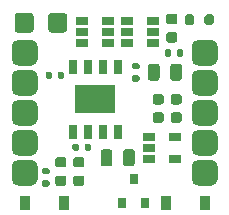
<source format=gbr>
%TF.GenerationSoftware,KiCad,Pcbnew,5.1.8*%
%TF.CreationDate,2020-11-29T14:50:24+01:00*%
%TF.ProjectId,lipo-stamp-proto,6c69706f-2d73-4746-916d-702d70726f74,rev?*%
%TF.SameCoordinates,Original*%
%TF.FileFunction,Soldermask,Top*%
%TF.FilePolarity,Negative*%
%FSLAX46Y46*%
G04 Gerber Fmt 4.6, Leading zero omitted, Abs format (unit mm)*
G04 Created by KiCad (PCBNEW 5.1.8) date 2020-11-29 14:50:24*
%MOMM*%
%LPD*%
G01*
G04 APERTURE LIST*
%ADD10R,0.900000X1.200000*%
%ADD11R,1.060000X0.650000*%
%ADD12R,0.800000X0.900000*%
%ADD13R,3.400000X2.400000*%
%ADD14R,0.700000X1.300000*%
G04 APERTURE END LIST*
%TO.C,R6*%
G36*
G01*
X124440000Y-52091000D02*
X124440000Y-51541000D01*
G75*
G02*
X124640000Y-51341000I200000J0D01*
G01*
X125040000Y-51341000D01*
G75*
G02*
X125240000Y-51541000I0J-200000D01*
G01*
X125240000Y-52091000D01*
G75*
G02*
X125040000Y-52291000I-200000J0D01*
G01*
X124640000Y-52291000D01*
G75*
G02*
X124440000Y-52091000I0J200000D01*
G01*
G37*
G36*
G01*
X122790000Y-52091000D02*
X122790000Y-51541000D01*
G75*
G02*
X122990000Y-51341000I200000J0D01*
G01*
X123390000Y-51341000D01*
G75*
G02*
X123590000Y-51541000I0J-200000D01*
G01*
X123590000Y-52091000D01*
G75*
G02*
X123390000Y-52291000I-200000J0D01*
G01*
X122990000Y-52291000D01*
G75*
G02*
X122790000Y-52091000I0J200000D01*
G01*
G37*
%TD*%
%TO.C,C5*%
G36*
G01*
X121916000Y-52202500D02*
X121416000Y-52202500D01*
G75*
G02*
X121191000Y-51977500I0J225000D01*
G01*
X121191000Y-51527500D01*
G75*
G02*
X121416000Y-51302500I225000J0D01*
G01*
X121916000Y-51302500D01*
G75*
G02*
X122141000Y-51527500I0J-225000D01*
G01*
X122141000Y-51977500D01*
G75*
G02*
X121916000Y-52202500I-225000J0D01*
G01*
G37*
G36*
G01*
X121916000Y-53752500D02*
X121416000Y-53752500D01*
G75*
G02*
X121191000Y-53527500I0J225000D01*
G01*
X121191000Y-53077500D01*
G75*
G02*
X121416000Y-52852500I225000J0D01*
G01*
X121916000Y-52852500D01*
G75*
G02*
X122141000Y-53077500I0J-225000D01*
G01*
X122141000Y-53527500D01*
G75*
G02*
X121916000Y-53752500I-225000J0D01*
G01*
G37*
%TD*%
%TO.C,C4*%
G36*
G01*
X122297000Y-58997000D02*
X121797000Y-58997000D01*
G75*
G02*
X121572000Y-58772000I0J225000D01*
G01*
X121572000Y-58322000D01*
G75*
G02*
X121797000Y-58097000I225000J0D01*
G01*
X122297000Y-58097000D01*
G75*
G02*
X122522000Y-58322000I0J-225000D01*
G01*
X122522000Y-58772000D01*
G75*
G02*
X122297000Y-58997000I-225000J0D01*
G01*
G37*
G36*
G01*
X122297000Y-60547000D02*
X121797000Y-60547000D01*
G75*
G02*
X121572000Y-60322000I0J225000D01*
G01*
X121572000Y-59872000D01*
G75*
G02*
X121797000Y-59647000I225000J0D01*
G01*
X122297000Y-59647000D01*
G75*
G02*
X122522000Y-59872000I0J-225000D01*
G01*
X122522000Y-60322000D01*
G75*
G02*
X122297000Y-60547000I-225000J0D01*
G01*
G37*
%TD*%
%TO.C,C3*%
G36*
G01*
X120773000Y-58997000D02*
X120273000Y-58997000D01*
G75*
G02*
X120048000Y-58772000I0J225000D01*
G01*
X120048000Y-58322000D01*
G75*
G02*
X120273000Y-58097000I225000J0D01*
G01*
X120773000Y-58097000D01*
G75*
G02*
X120998000Y-58322000I0J-225000D01*
G01*
X120998000Y-58772000D01*
G75*
G02*
X120773000Y-58997000I-225000J0D01*
G01*
G37*
G36*
G01*
X120773000Y-60547000D02*
X120273000Y-60547000D01*
G75*
G02*
X120048000Y-60322000I0J225000D01*
G01*
X120048000Y-59872000D01*
G75*
G02*
X120273000Y-59647000I225000J0D01*
G01*
X120773000Y-59647000D01*
G75*
G02*
X120998000Y-59872000I0J-225000D01*
G01*
X120998000Y-60322000D01*
G75*
G02*
X120773000Y-60547000I-225000J0D01*
G01*
G37*
%TD*%
%TO.C,C2*%
G36*
G01*
X121542000Y-56736000D02*
X121542000Y-55786000D01*
G75*
G02*
X121792000Y-55536000I250000J0D01*
G01*
X122292000Y-55536000D01*
G75*
G02*
X122542000Y-55786000I0J-250000D01*
G01*
X122542000Y-56736000D01*
G75*
G02*
X122292000Y-56986000I-250000J0D01*
G01*
X121792000Y-56986000D01*
G75*
G02*
X121542000Y-56736000I0J250000D01*
G01*
G37*
G36*
G01*
X119642000Y-56736000D02*
X119642000Y-55786000D01*
G75*
G02*
X119892000Y-55536000I250000J0D01*
G01*
X120392000Y-55536000D01*
G75*
G02*
X120642000Y-55786000I0J-250000D01*
G01*
X120642000Y-56736000D01*
G75*
G02*
X120392000Y-56986000I-250000J0D01*
G01*
X119892000Y-56986000D01*
G75*
G02*
X119642000Y-56736000I0J250000D01*
G01*
G37*
%TD*%
%TO.C,C1*%
G36*
G01*
X116644000Y-63025000D02*
X116644000Y-63975000D01*
G75*
G02*
X116394000Y-64225000I-250000J0D01*
G01*
X115894000Y-64225000D01*
G75*
G02*
X115644000Y-63975000I0J250000D01*
G01*
X115644000Y-63025000D01*
G75*
G02*
X115894000Y-62775000I250000J0D01*
G01*
X116394000Y-62775000D01*
G75*
G02*
X116644000Y-63025000I0J-250000D01*
G01*
G37*
G36*
G01*
X118544000Y-63025000D02*
X118544000Y-63975000D01*
G75*
G02*
X118294000Y-64225000I-250000J0D01*
G01*
X117794000Y-64225000D01*
G75*
G02*
X117544000Y-63975000I0J250000D01*
G01*
X117544000Y-63025000D01*
G75*
G02*
X117794000Y-62775000I250000J0D01*
G01*
X118294000Y-62775000D01*
G75*
G02*
X118544000Y-63025000I0J-250000D01*
G01*
G37*
%TD*%
D10*
%TO.C,D4*%
X121160000Y-67310000D03*
X124460000Y-67310000D03*
%TD*%
%TO.C,D3*%
X109220000Y-67310000D03*
X112520000Y-67310000D03*
%TD*%
D11*
%TO.C,U3*%
X116246000Y-52826000D03*
X116246000Y-51876000D03*
X116246000Y-53776000D03*
X114046000Y-53776000D03*
X114046000Y-52826000D03*
X114046000Y-51876000D03*
%TD*%
%TO.C,U2*%
X120056000Y-52826000D03*
X120056000Y-51876000D03*
X120056000Y-53776000D03*
X117856000Y-53776000D03*
X117856000Y-52826000D03*
X117856000Y-51876000D03*
%TD*%
%TO.C,U1*%
X121961000Y-61727000D03*
X121961000Y-63627000D03*
X119761000Y-63627000D03*
X119761000Y-62677000D03*
X119761000Y-61727000D03*
%TD*%
%TO.C,TP10*%
G36*
G01*
X123360000Y-55160000D02*
X123360000Y-54060000D01*
G75*
G02*
X123910000Y-53510000I550000J0D01*
G01*
X125010000Y-53510000D01*
G75*
G02*
X125560000Y-54060000I0J-550000D01*
G01*
X125560000Y-55160000D01*
G75*
G02*
X125010000Y-55710000I-550000J0D01*
G01*
X123910000Y-55710000D01*
G75*
G02*
X123360000Y-55160000I0J550000D01*
G01*
G37*
%TD*%
%TO.C,TP9*%
G36*
G01*
X123360000Y-62780000D02*
X123360000Y-61680000D01*
G75*
G02*
X123910000Y-61130000I550000J0D01*
G01*
X125010000Y-61130000D01*
G75*
G02*
X125560000Y-61680000I0J-550000D01*
G01*
X125560000Y-62780000D01*
G75*
G02*
X125010000Y-63330000I-550000J0D01*
G01*
X123910000Y-63330000D01*
G75*
G02*
X123360000Y-62780000I0J550000D01*
G01*
G37*
%TD*%
%TO.C,TP8*%
G36*
G01*
X123360000Y-60240000D02*
X123360000Y-59140000D01*
G75*
G02*
X123910000Y-58590000I550000J0D01*
G01*
X125010000Y-58590000D01*
G75*
G02*
X125560000Y-59140000I0J-550000D01*
G01*
X125560000Y-60240000D01*
G75*
G02*
X125010000Y-60790000I-550000J0D01*
G01*
X123910000Y-60790000D01*
G75*
G02*
X123360000Y-60240000I0J550000D01*
G01*
G37*
%TD*%
%TO.C,TP7*%
G36*
G01*
X123360000Y-57700000D02*
X123360000Y-56600000D01*
G75*
G02*
X123910000Y-56050000I550000J0D01*
G01*
X125010000Y-56050000D01*
G75*
G02*
X125560000Y-56600000I0J-550000D01*
G01*
X125560000Y-57700000D01*
G75*
G02*
X125010000Y-58250000I-550000J0D01*
G01*
X123910000Y-58250000D01*
G75*
G02*
X123360000Y-57700000I0J550000D01*
G01*
G37*
%TD*%
%TO.C,TP6*%
G36*
G01*
X123360000Y-65320000D02*
X123360000Y-64220000D01*
G75*
G02*
X123910000Y-63670000I550000J0D01*
G01*
X125010000Y-63670000D01*
G75*
G02*
X125560000Y-64220000I0J-550000D01*
G01*
X125560000Y-65320000D01*
G75*
G02*
X125010000Y-65870000I-550000J0D01*
G01*
X123910000Y-65870000D01*
G75*
G02*
X123360000Y-65320000I0J550000D01*
G01*
G37*
%TD*%
%TO.C,TP5*%
G36*
G01*
X108120000Y-60240000D02*
X108120000Y-59140000D01*
G75*
G02*
X108670000Y-58590000I550000J0D01*
G01*
X109770000Y-58590000D01*
G75*
G02*
X110320000Y-59140000I0J-550000D01*
G01*
X110320000Y-60240000D01*
G75*
G02*
X109770000Y-60790000I-550000J0D01*
G01*
X108670000Y-60790000D01*
G75*
G02*
X108120000Y-60240000I0J550000D01*
G01*
G37*
%TD*%
%TO.C,TP4*%
G36*
G01*
X108120000Y-65320000D02*
X108120000Y-64220000D01*
G75*
G02*
X108670000Y-63670000I550000J0D01*
G01*
X109770000Y-63670000D01*
G75*
G02*
X110320000Y-64220000I0J-550000D01*
G01*
X110320000Y-65320000D01*
G75*
G02*
X109770000Y-65870000I-550000J0D01*
G01*
X108670000Y-65870000D01*
G75*
G02*
X108120000Y-65320000I0J550000D01*
G01*
G37*
%TD*%
%TO.C,TP3*%
G36*
G01*
X108120000Y-62780000D02*
X108120000Y-61680000D01*
G75*
G02*
X108670000Y-61130000I550000J0D01*
G01*
X109770000Y-61130000D01*
G75*
G02*
X110320000Y-61680000I0J-550000D01*
G01*
X110320000Y-62780000D01*
G75*
G02*
X109770000Y-63330000I-550000J0D01*
G01*
X108670000Y-63330000D01*
G75*
G02*
X108120000Y-62780000I0J550000D01*
G01*
G37*
%TD*%
%TO.C,TP2*%
G36*
G01*
X108120000Y-57700000D02*
X108120000Y-56600000D01*
G75*
G02*
X108670000Y-56050000I550000J0D01*
G01*
X109770000Y-56050000D01*
G75*
G02*
X110320000Y-56600000I0J-550000D01*
G01*
X110320000Y-57700000D01*
G75*
G02*
X109770000Y-58250000I-550000J0D01*
G01*
X108670000Y-58250000D01*
G75*
G02*
X108120000Y-57700000I0J550000D01*
G01*
G37*
%TD*%
%TO.C,TP1*%
G36*
G01*
X108120000Y-55160000D02*
X108120000Y-54060000D01*
G75*
G02*
X108670000Y-53510000I550000J0D01*
G01*
X109770000Y-53510000D01*
G75*
G02*
X110320000Y-54060000I0J-550000D01*
G01*
X110320000Y-55160000D01*
G75*
G02*
X109770000Y-55710000I-550000J0D01*
G01*
X108670000Y-55710000D01*
G75*
G02*
X108120000Y-55160000I0J550000D01*
G01*
G37*
%TD*%
%TO.C,R5*%
G36*
G01*
X121618500Y-54425000D02*
X121618500Y-54795000D01*
G75*
G02*
X121483500Y-54930000I-135000J0D01*
G01*
X121213500Y-54930000D01*
G75*
G02*
X121078500Y-54795000I0J135000D01*
G01*
X121078500Y-54425000D01*
G75*
G02*
X121213500Y-54290000I135000J0D01*
G01*
X121483500Y-54290000D01*
G75*
G02*
X121618500Y-54425000I0J-135000D01*
G01*
G37*
G36*
G01*
X122638500Y-54425000D02*
X122638500Y-54795000D01*
G75*
G02*
X122503500Y-54930000I-135000J0D01*
G01*
X122233500Y-54930000D01*
G75*
G02*
X122098500Y-54795000I0J135000D01*
G01*
X122098500Y-54425000D01*
G75*
G02*
X122233500Y-54290000I135000J0D01*
G01*
X122503500Y-54290000D01*
G75*
G02*
X122638500Y-54425000I0J-135000D01*
G01*
G37*
%TD*%
%TO.C,R4*%
G36*
G01*
X111183000Y-64913000D02*
X110813000Y-64913000D01*
G75*
G02*
X110678000Y-64778000I0J135000D01*
G01*
X110678000Y-64508000D01*
G75*
G02*
X110813000Y-64373000I135000J0D01*
G01*
X111183000Y-64373000D01*
G75*
G02*
X111318000Y-64508000I0J-135000D01*
G01*
X111318000Y-64778000D01*
G75*
G02*
X111183000Y-64913000I-135000J0D01*
G01*
G37*
G36*
G01*
X111183000Y-65933000D02*
X110813000Y-65933000D01*
G75*
G02*
X110678000Y-65798000I0J135000D01*
G01*
X110678000Y-65528000D01*
G75*
G02*
X110813000Y-65393000I135000J0D01*
G01*
X111183000Y-65393000D01*
G75*
G02*
X111318000Y-65528000I0J-135000D01*
G01*
X111318000Y-65798000D01*
G75*
G02*
X111183000Y-65933000I-135000J0D01*
G01*
G37*
%TD*%
%TO.C,R3*%
G36*
G01*
X112002000Y-56700000D02*
X112002000Y-56330000D01*
G75*
G02*
X112137000Y-56195000I135000J0D01*
G01*
X112407000Y-56195000D01*
G75*
G02*
X112542000Y-56330000I0J-135000D01*
G01*
X112542000Y-56700000D01*
G75*
G02*
X112407000Y-56835000I-135000J0D01*
G01*
X112137000Y-56835000D01*
G75*
G02*
X112002000Y-56700000I0J135000D01*
G01*
G37*
G36*
G01*
X110982000Y-56700000D02*
X110982000Y-56330000D01*
G75*
G02*
X111117000Y-56195000I135000J0D01*
G01*
X111387000Y-56195000D01*
G75*
G02*
X111522000Y-56330000I0J-135000D01*
G01*
X111522000Y-56700000D01*
G75*
G02*
X111387000Y-56835000I-135000J0D01*
G01*
X111117000Y-56835000D01*
G75*
G02*
X110982000Y-56700000I0J135000D01*
G01*
G37*
%TD*%
%TO.C,R2*%
G36*
G01*
X118803000Y-56023000D02*
X118433000Y-56023000D01*
G75*
G02*
X118298000Y-55888000I0J135000D01*
G01*
X118298000Y-55618000D01*
G75*
G02*
X118433000Y-55483000I135000J0D01*
G01*
X118803000Y-55483000D01*
G75*
G02*
X118938000Y-55618000I0J-135000D01*
G01*
X118938000Y-55888000D01*
G75*
G02*
X118803000Y-56023000I-135000J0D01*
G01*
G37*
G36*
G01*
X118803000Y-57043000D02*
X118433000Y-57043000D01*
G75*
G02*
X118298000Y-56908000I0J135000D01*
G01*
X118298000Y-56638000D01*
G75*
G02*
X118433000Y-56503000I135000J0D01*
G01*
X118803000Y-56503000D01*
G75*
G02*
X118938000Y-56638000I0J-135000D01*
G01*
X118938000Y-56908000D01*
G75*
G02*
X118803000Y-57043000I-135000J0D01*
G01*
G37*
%TD*%
%TO.C,R1*%
G36*
G01*
X113804000Y-62426000D02*
X113804000Y-62796000D01*
G75*
G02*
X113669000Y-62931000I-135000J0D01*
G01*
X113399000Y-62931000D01*
G75*
G02*
X113264000Y-62796000I0J135000D01*
G01*
X113264000Y-62426000D01*
G75*
G02*
X113399000Y-62291000I135000J0D01*
G01*
X113669000Y-62291000D01*
G75*
G02*
X113804000Y-62426000I0J-135000D01*
G01*
G37*
G36*
G01*
X114824000Y-62426000D02*
X114824000Y-62796000D01*
G75*
G02*
X114689000Y-62931000I-135000J0D01*
G01*
X114419000Y-62931000D01*
G75*
G02*
X114284000Y-62796000I0J135000D01*
G01*
X114284000Y-62426000D01*
G75*
G02*
X114419000Y-62291000I135000J0D01*
G01*
X114689000Y-62291000D01*
G75*
G02*
X114824000Y-62426000I0J-135000D01*
G01*
G37*
%TD*%
D12*
%TO.C,Q1*%
X118430000Y-65310000D03*
X119380000Y-67310000D03*
X117480000Y-67310000D03*
%TD*%
D13*
%TO.C,IC1*%
X115189000Y-58547000D03*
D14*
X114554000Y-55797000D03*
X113284000Y-55797000D03*
X115824000Y-55797000D03*
X117094000Y-55797000D03*
X114554000Y-61297000D03*
X113284000Y-61297000D03*
X115824000Y-61297000D03*
X117094000Y-61297000D03*
%TD*%
%TO.C,F1*%
G36*
G01*
X109964000Y-51495000D02*
X109964000Y-52645000D01*
G75*
G02*
X109714000Y-52895000I-250000J0D01*
G01*
X108614000Y-52895000D01*
G75*
G02*
X108364000Y-52645000I0J250000D01*
G01*
X108364000Y-51495000D01*
G75*
G02*
X108614000Y-51245000I250000J0D01*
G01*
X109714000Y-51245000D01*
G75*
G02*
X109964000Y-51495000I0J-250000D01*
G01*
G37*
G36*
G01*
X112814000Y-51495000D02*
X112814000Y-52645000D01*
G75*
G02*
X112564000Y-52895000I-250000J0D01*
G01*
X111464000Y-52895000D01*
G75*
G02*
X111214000Y-52645000I0J250000D01*
G01*
X111214000Y-51495000D01*
G75*
G02*
X111464000Y-51245000I250000J0D01*
G01*
X112564000Y-51245000D01*
G75*
G02*
X112814000Y-51495000I0J-250000D01*
G01*
G37*
%TD*%
%TO.C,D2*%
G36*
G01*
X112524250Y-64318500D02*
X112011750Y-64318500D01*
G75*
G02*
X111793000Y-64099750I0J218750D01*
G01*
X111793000Y-63662250D01*
G75*
G02*
X112011750Y-63443500I218750J0D01*
G01*
X112524250Y-63443500D01*
G75*
G02*
X112743000Y-63662250I0J-218750D01*
G01*
X112743000Y-64099750D01*
G75*
G02*
X112524250Y-64318500I-218750J0D01*
G01*
G37*
G36*
G01*
X112524250Y-65893500D02*
X112011750Y-65893500D01*
G75*
G02*
X111793000Y-65674750I0J218750D01*
G01*
X111793000Y-65237250D01*
G75*
G02*
X112011750Y-65018500I218750J0D01*
G01*
X112524250Y-65018500D01*
G75*
G02*
X112743000Y-65237250I0J-218750D01*
G01*
X112743000Y-65674750D01*
G75*
G02*
X112524250Y-65893500I-218750J0D01*
G01*
G37*
%TD*%
%TO.C,D1*%
G36*
G01*
X114048250Y-64318500D02*
X113535750Y-64318500D01*
G75*
G02*
X113317000Y-64099750I0J218750D01*
G01*
X113317000Y-63662250D01*
G75*
G02*
X113535750Y-63443500I218750J0D01*
G01*
X114048250Y-63443500D01*
G75*
G02*
X114267000Y-63662250I0J-218750D01*
G01*
X114267000Y-64099750D01*
G75*
G02*
X114048250Y-64318500I-218750J0D01*
G01*
G37*
G36*
G01*
X114048250Y-65893500D02*
X113535750Y-65893500D01*
G75*
G02*
X113317000Y-65674750I0J218750D01*
G01*
X113317000Y-65237250D01*
G75*
G02*
X113535750Y-65018500I218750J0D01*
G01*
X114048250Y-65018500D01*
G75*
G02*
X114267000Y-65237250I0J-218750D01*
G01*
X114267000Y-65674750D01*
G75*
G02*
X114048250Y-65893500I-218750J0D01*
G01*
G37*
%TD*%
M02*

</source>
